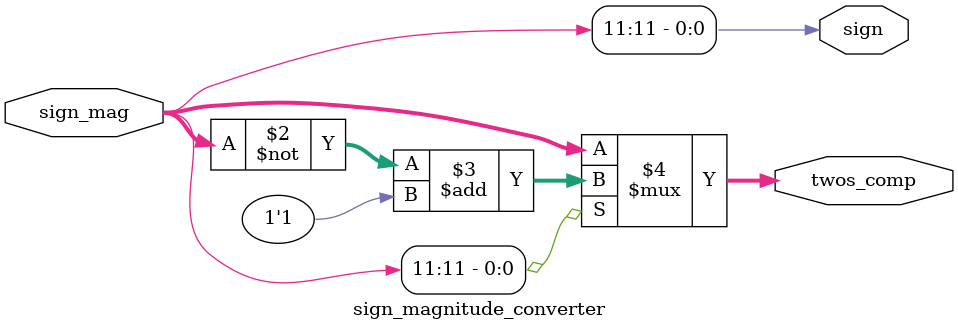
<source format=v>
`timescale 1ns / 1ps

module sign_magnitude_converter(sign_mag, twos_comp, sign);
input [11:0] sign_mag;
output [11:0] twos_comp;
output sign;
assign sign = sign_mag[11];

assign twos_comp = (sign_mag[11] == 1) ? ~sign_mag + 1'b1 : sign_mag;

endmodule
</source>
